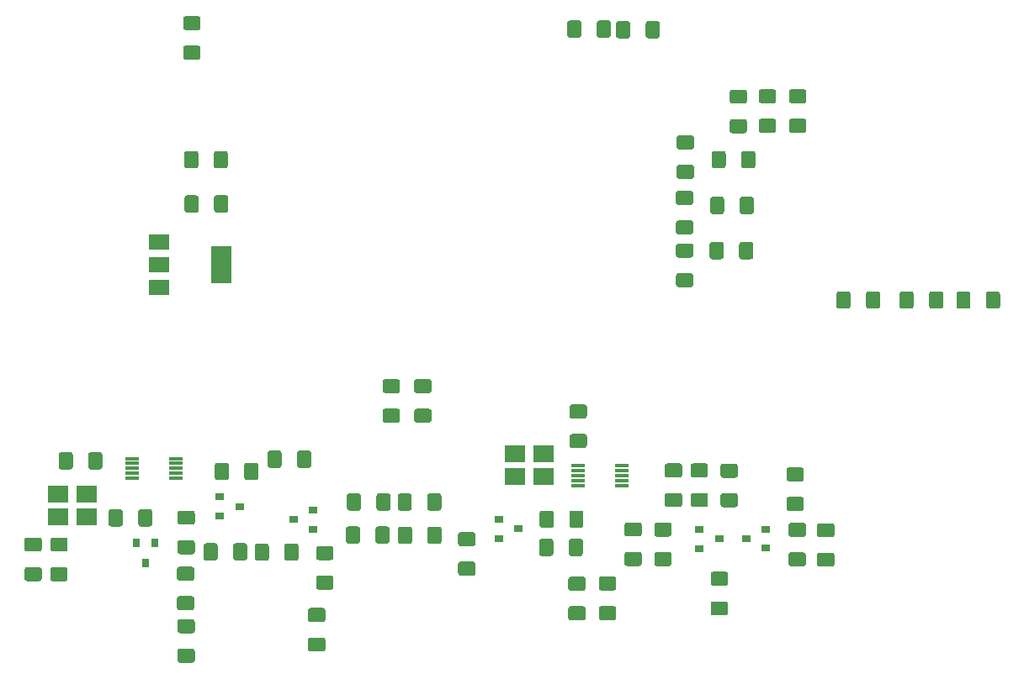
<source format=gbr>
G04 #@! TF.GenerationSoftware,KiCad,Pcbnew,(5.1.8)-1*
G04 #@! TF.CreationDate,2021-01-05T15:25:35+01:00*
G04 #@! TF.ProjectId,vfo-pcb,76666f2d-7063-4622-9e6b-696361645f70,rev?*
G04 #@! TF.SameCoordinates,Original*
G04 #@! TF.FileFunction,Paste,Top*
G04 #@! TF.FilePolarity,Positive*
%FSLAX46Y46*%
G04 Gerber Fmt 4.6, Leading zero omitted, Abs format (unit mm)*
G04 Created by KiCad (PCBNEW (5.1.8)-1) date 2021-01-05 15:25:35*
%MOMM*%
%LPD*%
G01*
G04 APERTURE LIST*
%ADD10R,0.900000X0.800000*%
%ADD11R,0.800000X0.900000*%
%ADD12R,1.400000X0.300000*%
%ADD13R,2.100000X1.800000*%
%ADD14R,2.000000X3.800000*%
%ADD15R,2.000000X1.500000*%
G04 APERTURE END LIST*
G36*
G01*
X102947500Y-66050000D02*
X102947500Y-67300000D01*
G75*
G02*
X102697500Y-67550000I-250000J0D01*
G01*
X101772500Y-67550000D01*
G75*
G02*
X101522500Y-67300000I0J250000D01*
G01*
X101522500Y-66050000D01*
G75*
G02*
X101772500Y-65800000I250000J0D01*
G01*
X102697500Y-65800000D01*
G75*
G02*
X102947500Y-66050000I0J-250000D01*
G01*
G37*
G36*
G01*
X105922500Y-66050000D02*
X105922500Y-67300000D01*
G75*
G02*
X105672500Y-67550000I-250000J0D01*
G01*
X104747500Y-67550000D01*
G75*
G02*
X104497500Y-67300000I0J250000D01*
G01*
X104497500Y-66050000D01*
G75*
G02*
X104747500Y-65800000I250000J0D01*
G01*
X105672500Y-65800000D01*
G75*
G02*
X105922500Y-66050000I0J-250000D01*
G01*
G37*
G36*
G01*
X143650000Y-94605000D02*
X143650000Y-93355000D01*
G75*
G02*
X143900000Y-93105000I250000J0D01*
G01*
X144825000Y-93105000D01*
G75*
G02*
X145075000Y-93355000I0J-250000D01*
G01*
X145075000Y-94605000D01*
G75*
G02*
X144825000Y-94855000I-250000J0D01*
G01*
X143900000Y-94855000D01*
G75*
G02*
X143650000Y-94605000I0J250000D01*
G01*
G37*
G36*
G01*
X140675000Y-94605000D02*
X140675000Y-93355000D01*
G75*
G02*
X140925000Y-93105000I250000J0D01*
G01*
X141850000Y-93105000D01*
G75*
G02*
X142100000Y-93355000I0J-250000D01*
G01*
X142100000Y-94605000D01*
G75*
G02*
X141850000Y-94855000I-250000J0D01*
G01*
X140925000Y-94855000D01*
G75*
G02*
X140675000Y-94605000I0J250000D01*
G01*
G37*
G36*
G01*
X137935000Y-94605000D02*
X137935000Y-93355000D01*
G75*
G02*
X138185000Y-93105000I250000J0D01*
G01*
X139110000Y-93105000D01*
G75*
G02*
X139360000Y-93355000I0J-250000D01*
G01*
X139360000Y-94605000D01*
G75*
G02*
X139110000Y-94855000I-250000J0D01*
G01*
X138185000Y-94855000D01*
G75*
G02*
X137935000Y-94605000I0J250000D01*
G01*
G37*
G36*
G01*
X134960000Y-94605000D02*
X134960000Y-93355000D01*
G75*
G02*
X135210000Y-93105000I250000J0D01*
G01*
X136135000Y-93105000D01*
G75*
G02*
X136385000Y-93355000I0J-250000D01*
G01*
X136385000Y-94605000D01*
G75*
G02*
X136135000Y-94855000I-250000J0D01*
G01*
X135210000Y-94855000D01*
G75*
G02*
X134960000Y-94605000I0J250000D01*
G01*
G37*
G36*
G01*
X63129000Y-68339000D02*
X64379000Y-68339000D01*
G75*
G02*
X64629000Y-68589000I0J-250000D01*
G01*
X64629000Y-69514000D01*
G75*
G02*
X64379000Y-69764000I-250000J0D01*
G01*
X63129000Y-69764000D01*
G75*
G02*
X62879000Y-69514000I0J250000D01*
G01*
X62879000Y-68589000D01*
G75*
G02*
X63129000Y-68339000I250000J0D01*
G01*
G37*
G36*
G01*
X63129000Y-65364000D02*
X64379000Y-65364000D01*
G75*
G02*
X64629000Y-65614000I0J-250000D01*
G01*
X64629000Y-66539000D01*
G75*
G02*
X64379000Y-66789000I-250000J0D01*
G01*
X63129000Y-66789000D01*
G75*
G02*
X62879000Y-66539000I0J250000D01*
G01*
X62879000Y-65614000D01*
G75*
G02*
X63129000Y-65364000I250000J0D01*
G01*
G37*
G36*
G01*
X75675000Y-127975000D02*
X76925000Y-127975000D01*
G75*
G02*
X77175000Y-128225000I0J-250000D01*
G01*
X77175000Y-129150000D01*
G75*
G02*
X76925000Y-129400000I-250000J0D01*
G01*
X75675000Y-129400000D01*
G75*
G02*
X75425000Y-129150000I0J250000D01*
G01*
X75425000Y-128225000D01*
G75*
G02*
X75675000Y-127975000I250000J0D01*
G01*
G37*
G36*
G01*
X75675000Y-125000000D02*
X76925000Y-125000000D01*
G75*
G02*
X77175000Y-125250000I0J-250000D01*
G01*
X77175000Y-126175000D01*
G75*
G02*
X76925000Y-126425000I-250000J0D01*
G01*
X75675000Y-126425000D01*
G75*
G02*
X75425000Y-126175000I0J250000D01*
G01*
X75425000Y-125250000D01*
G75*
G02*
X75675000Y-125000000I250000J0D01*
G01*
G37*
G36*
G01*
X62550000Y-129100000D02*
X63800000Y-129100000D01*
G75*
G02*
X64050000Y-129350000I0J-250000D01*
G01*
X64050000Y-130275000D01*
G75*
G02*
X63800000Y-130525000I-250000J0D01*
G01*
X62550000Y-130525000D01*
G75*
G02*
X62300000Y-130275000I0J250000D01*
G01*
X62300000Y-129350000D01*
G75*
G02*
X62550000Y-129100000I250000J0D01*
G01*
G37*
G36*
G01*
X62550000Y-126125000D02*
X63800000Y-126125000D01*
G75*
G02*
X64050000Y-126375000I0J-250000D01*
G01*
X64050000Y-127300000D01*
G75*
G02*
X63800000Y-127550000I-250000J0D01*
G01*
X62550000Y-127550000D01*
G75*
G02*
X62300000Y-127300000I0J250000D01*
G01*
X62300000Y-126375000D01*
G75*
G02*
X62550000Y-126125000I250000J0D01*
G01*
G37*
G36*
G01*
X80775000Y-113700000D02*
X80775000Y-114950000D01*
G75*
G02*
X80525000Y-115200000I-250000J0D01*
G01*
X79600000Y-115200000D01*
G75*
G02*
X79350000Y-114950000I0J250000D01*
G01*
X79350000Y-113700000D01*
G75*
G02*
X79600000Y-113450000I250000J0D01*
G01*
X80525000Y-113450000D01*
G75*
G02*
X80775000Y-113700000I0J-250000D01*
G01*
G37*
G36*
G01*
X83750000Y-113700000D02*
X83750000Y-114950000D01*
G75*
G02*
X83500000Y-115200000I-250000J0D01*
G01*
X82575000Y-115200000D01*
G75*
G02*
X82325000Y-114950000I0J250000D01*
G01*
X82325000Y-113700000D01*
G75*
G02*
X82575000Y-113450000I250000J0D01*
G01*
X83500000Y-113450000D01*
G75*
G02*
X83750000Y-113700000I0J-250000D01*
G01*
G37*
G36*
G01*
X66350000Y-118725000D02*
X66350000Y-119975000D01*
G75*
G02*
X66100000Y-120225000I-250000J0D01*
G01*
X65175000Y-120225000D01*
G75*
G02*
X64925000Y-119975000I0J250000D01*
G01*
X64925000Y-118725000D01*
G75*
G02*
X65175000Y-118475000I250000J0D01*
G01*
X66100000Y-118475000D01*
G75*
G02*
X66350000Y-118725000I0J-250000D01*
G01*
G37*
G36*
G01*
X69325000Y-118725000D02*
X69325000Y-119975000D01*
G75*
G02*
X69075000Y-120225000I-250000J0D01*
G01*
X68150000Y-120225000D01*
G75*
G02*
X67900000Y-119975000I0J250000D01*
G01*
X67900000Y-118725000D01*
G75*
G02*
X68150000Y-118475000I250000J0D01*
G01*
X69075000Y-118475000D01*
G75*
G02*
X69325000Y-118725000I0J-250000D01*
G01*
G37*
G36*
G01*
X47150000Y-120875000D02*
X48400000Y-120875000D01*
G75*
G02*
X48650000Y-121125000I0J-250000D01*
G01*
X48650000Y-122050000D01*
G75*
G02*
X48400000Y-122300000I-250000J0D01*
G01*
X47150000Y-122300000D01*
G75*
G02*
X46900000Y-122050000I0J250000D01*
G01*
X46900000Y-121125000D01*
G75*
G02*
X47150000Y-120875000I250000J0D01*
G01*
G37*
G36*
G01*
X47150000Y-117900000D02*
X48400000Y-117900000D01*
G75*
G02*
X48650000Y-118150000I0J-250000D01*
G01*
X48650000Y-119075000D01*
G75*
G02*
X48400000Y-119325000I-250000J0D01*
G01*
X47150000Y-119325000D01*
G75*
G02*
X46900000Y-119075000I0J250000D01*
G01*
X46900000Y-118150000D01*
G75*
G02*
X47150000Y-117900000I250000J0D01*
G01*
G37*
G36*
G01*
X80675000Y-117025000D02*
X80675000Y-118275000D01*
G75*
G02*
X80425000Y-118525000I-250000J0D01*
G01*
X79500000Y-118525000D01*
G75*
G02*
X79250000Y-118275000I0J250000D01*
G01*
X79250000Y-117025000D01*
G75*
G02*
X79500000Y-116775000I250000J0D01*
G01*
X80425000Y-116775000D01*
G75*
G02*
X80675000Y-117025000I0J-250000D01*
G01*
G37*
G36*
G01*
X83650000Y-117025000D02*
X83650000Y-118275000D01*
G75*
G02*
X83400000Y-118525000I-250000J0D01*
G01*
X82475000Y-118525000D01*
G75*
G02*
X82225000Y-118275000I0J250000D01*
G01*
X82225000Y-117025000D01*
G75*
G02*
X82475000Y-116775000I250000J0D01*
G01*
X83400000Y-116775000D01*
G75*
G02*
X83650000Y-117025000I0J-250000D01*
G01*
G37*
G36*
G01*
X106200000Y-123250000D02*
X104950000Y-123250000D01*
G75*
G02*
X104700000Y-123000000I0J250000D01*
G01*
X104700000Y-122075000D01*
G75*
G02*
X104950000Y-121825000I250000J0D01*
G01*
X106200000Y-121825000D01*
G75*
G02*
X106450000Y-122075000I0J-250000D01*
G01*
X106450000Y-123000000D01*
G75*
G02*
X106200000Y-123250000I-250000J0D01*
G01*
G37*
G36*
G01*
X106200000Y-126225000D02*
X104950000Y-126225000D01*
G75*
G02*
X104700000Y-125975000I0J250000D01*
G01*
X104700000Y-125050000D01*
G75*
G02*
X104950000Y-124800000I250000J0D01*
G01*
X106200000Y-124800000D01*
G75*
G02*
X106450000Y-125050000I0J-250000D01*
G01*
X106450000Y-125975000D01*
G75*
G02*
X106200000Y-126225000I-250000J0D01*
G01*
G37*
G36*
G01*
X103125000Y-123275000D02*
X101875000Y-123275000D01*
G75*
G02*
X101625000Y-123025000I0J250000D01*
G01*
X101625000Y-122100000D01*
G75*
G02*
X101875000Y-121850000I250000J0D01*
G01*
X103125000Y-121850000D01*
G75*
G02*
X103375000Y-122100000I0J-250000D01*
G01*
X103375000Y-123025000D01*
G75*
G02*
X103125000Y-123275000I-250000J0D01*
G01*
G37*
G36*
G01*
X103125000Y-126250000D02*
X101875000Y-126250000D01*
G75*
G02*
X101625000Y-126000000I0J250000D01*
G01*
X101625000Y-125075000D01*
G75*
G02*
X101875000Y-124825000I250000J0D01*
G01*
X103125000Y-124825000D01*
G75*
G02*
X103375000Y-125075000I0J-250000D01*
G01*
X103375000Y-126000000D01*
G75*
G02*
X103125000Y-126250000I-250000J0D01*
G01*
G37*
G36*
G01*
X107525000Y-119350000D02*
X108775000Y-119350000D01*
G75*
G02*
X109025000Y-119600000I0J-250000D01*
G01*
X109025000Y-120525000D01*
G75*
G02*
X108775000Y-120775000I-250000J0D01*
G01*
X107525000Y-120775000D01*
G75*
G02*
X107275000Y-120525000I0J250000D01*
G01*
X107275000Y-119600000D01*
G75*
G02*
X107525000Y-119350000I250000J0D01*
G01*
G37*
G36*
G01*
X107525000Y-116375000D02*
X108775000Y-116375000D01*
G75*
G02*
X109025000Y-116625000I0J-250000D01*
G01*
X109025000Y-117550000D01*
G75*
G02*
X108775000Y-117800000I-250000J0D01*
G01*
X107525000Y-117800000D01*
G75*
G02*
X107275000Y-117550000I0J250000D01*
G01*
X107275000Y-116625000D01*
G75*
G02*
X107525000Y-116375000I250000J0D01*
G01*
G37*
G36*
G01*
X101675000Y-119525000D02*
X101675000Y-118275000D01*
G75*
G02*
X101925000Y-118025000I250000J0D01*
G01*
X102850000Y-118025000D01*
G75*
G02*
X103100000Y-118275000I0J-250000D01*
G01*
X103100000Y-119525000D01*
G75*
G02*
X102850000Y-119775000I-250000J0D01*
G01*
X101925000Y-119775000D01*
G75*
G02*
X101675000Y-119525000I0J250000D01*
G01*
G37*
G36*
G01*
X98700000Y-119525000D02*
X98700000Y-118275000D01*
G75*
G02*
X98950000Y-118025000I250000J0D01*
G01*
X99875000Y-118025000D01*
G75*
G02*
X100125000Y-118275000I0J-250000D01*
G01*
X100125000Y-119525000D01*
G75*
G02*
X99875000Y-119775000I-250000J0D01*
G01*
X98950000Y-119775000D01*
G75*
G02*
X98700000Y-119525000I0J250000D01*
G01*
G37*
G36*
G01*
X128150000Y-117875000D02*
X126900000Y-117875000D01*
G75*
G02*
X126650000Y-117625000I0J250000D01*
G01*
X126650000Y-116700000D01*
G75*
G02*
X126900000Y-116450000I250000J0D01*
G01*
X128150000Y-116450000D01*
G75*
G02*
X128400000Y-116700000I0J-250000D01*
G01*
X128400000Y-117625000D01*
G75*
G02*
X128150000Y-117875000I-250000J0D01*
G01*
G37*
G36*
G01*
X128150000Y-120850000D02*
X126900000Y-120850000D01*
G75*
G02*
X126650000Y-120600000I0J250000D01*
G01*
X126650000Y-119675000D01*
G75*
G02*
X126900000Y-119425000I250000J0D01*
G01*
X128150000Y-119425000D01*
G75*
G02*
X128400000Y-119675000I0J-250000D01*
G01*
X128400000Y-120600000D01*
G75*
G02*
X128150000Y-120850000I-250000J0D01*
G01*
G37*
G36*
G01*
X125085000Y-112255000D02*
X123835000Y-112255000D01*
G75*
G02*
X123585000Y-112005000I0J250000D01*
G01*
X123585000Y-111080000D01*
G75*
G02*
X123835000Y-110830000I250000J0D01*
G01*
X125085000Y-110830000D01*
G75*
G02*
X125335000Y-111080000I0J-250000D01*
G01*
X125335000Y-112005000D01*
G75*
G02*
X125085000Y-112255000I-250000J0D01*
G01*
G37*
G36*
G01*
X125085000Y-115230000D02*
X123835000Y-115230000D01*
G75*
G02*
X123585000Y-114980000I0J250000D01*
G01*
X123585000Y-114055000D01*
G75*
G02*
X123835000Y-113805000I250000J0D01*
G01*
X125085000Y-113805000D01*
G75*
G02*
X125335000Y-114055000I0J-250000D01*
G01*
X125335000Y-114980000D01*
G75*
G02*
X125085000Y-115230000I-250000J0D01*
G01*
G37*
G36*
G01*
X73050000Y-120000000D02*
X73050000Y-118750000D01*
G75*
G02*
X73300000Y-118500000I250000J0D01*
G01*
X74225000Y-118500000D01*
G75*
G02*
X74475000Y-118750000I0J-250000D01*
G01*
X74475000Y-120000000D01*
G75*
G02*
X74225000Y-120250000I-250000J0D01*
G01*
X73300000Y-120250000D01*
G75*
G02*
X73050000Y-120000000I0J250000D01*
G01*
G37*
G36*
G01*
X70075000Y-120000000D02*
X70075000Y-118750000D01*
G75*
G02*
X70325000Y-118500000I250000J0D01*
G01*
X71250000Y-118500000D01*
G75*
G02*
X71500000Y-118750000I0J-250000D01*
G01*
X71500000Y-120000000D01*
G75*
G02*
X71250000Y-120250000I-250000J0D01*
G01*
X70325000Y-120250000D01*
G75*
G02*
X70075000Y-120000000I0J250000D01*
G01*
G37*
D10*
X116803680Y-118056660D03*
X114803680Y-119006660D03*
X114803680Y-117106660D03*
X96623380Y-117033040D03*
X94623380Y-117983040D03*
X94623380Y-116083040D03*
X119512840Y-118000780D03*
X121512840Y-117050780D03*
X121512840Y-118950780D03*
X68536060Y-114762280D03*
X66536060Y-115712280D03*
X66536060Y-113812280D03*
D11*
X59070240Y-120461280D03*
X58120240Y-118461280D03*
X60020240Y-118461280D03*
D10*
X73963020Y-116098320D03*
X75963020Y-115148320D03*
X75963020Y-117048320D03*
G36*
G01*
X87432180Y-114950400D02*
X87432180Y-113700400D01*
G75*
G02*
X87682180Y-113450400I250000J0D01*
G01*
X88607180Y-113450400D01*
G75*
G02*
X88857180Y-113700400I0J-250000D01*
G01*
X88857180Y-114950400D01*
G75*
G02*
X88607180Y-115200400I-250000J0D01*
G01*
X87682180Y-115200400D01*
G75*
G02*
X87432180Y-114950400I0J250000D01*
G01*
G37*
G36*
G01*
X84457180Y-114950400D02*
X84457180Y-113700400D01*
G75*
G02*
X84707180Y-113450400I250000J0D01*
G01*
X85632180Y-113450400D01*
G75*
G02*
X85882180Y-113700400I0J-250000D01*
G01*
X85882180Y-114950400D01*
G75*
G02*
X85632180Y-115200400I-250000J0D01*
G01*
X84707180Y-115200400D01*
G75*
G02*
X84457180Y-114950400I0J250000D01*
G01*
G37*
G36*
G01*
X77750000Y-120175000D02*
X76500000Y-120175000D01*
G75*
G02*
X76250000Y-119925000I0J250000D01*
G01*
X76250000Y-119000000D01*
G75*
G02*
X76500000Y-118750000I250000J0D01*
G01*
X77750000Y-118750000D01*
G75*
G02*
X78000000Y-119000000I0J-250000D01*
G01*
X78000000Y-119925000D01*
G75*
G02*
X77750000Y-120175000I-250000J0D01*
G01*
G37*
G36*
G01*
X77750000Y-123150000D02*
X76500000Y-123150000D01*
G75*
G02*
X76250000Y-122900000I0J250000D01*
G01*
X76250000Y-121975000D01*
G75*
G02*
X76500000Y-121725000I250000J0D01*
G01*
X77750000Y-121725000D01*
G75*
G02*
X78000000Y-121975000I0J-250000D01*
G01*
X78000000Y-122900000D01*
G75*
G02*
X77750000Y-123150000I-250000J0D01*
G01*
G37*
G36*
G01*
X56796640Y-115290440D02*
X56796640Y-116540440D01*
G75*
G02*
X56546640Y-116790440I-250000J0D01*
G01*
X55621640Y-116790440D01*
G75*
G02*
X55371640Y-116540440I0J250000D01*
G01*
X55371640Y-115290440D01*
G75*
G02*
X55621640Y-115040440I250000J0D01*
G01*
X56546640Y-115040440D01*
G75*
G02*
X56796640Y-115290440I0J-250000D01*
G01*
G37*
G36*
G01*
X59771640Y-115290440D02*
X59771640Y-116540440D01*
G75*
G02*
X59521640Y-116790440I-250000J0D01*
G01*
X58596640Y-116790440D01*
G75*
G02*
X58346640Y-116540440I0J250000D01*
G01*
X58346640Y-115290440D01*
G75*
G02*
X58596640Y-115040440I250000J0D01*
G01*
X59521640Y-115040440D01*
G75*
G02*
X59771640Y-115290440I0J-250000D01*
G01*
G37*
G36*
G01*
X110525400Y-119359980D02*
X111775400Y-119359980D01*
G75*
G02*
X112025400Y-119609980I0J-250000D01*
G01*
X112025400Y-120534980D01*
G75*
G02*
X111775400Y-120784980I-250000J0D01*
G01*
X110525400Y-120784980D01*
G75*
G02*
X110275400Y-120534980I0J250000D01*
G01*
X110275400Y-119609980D01*
G75*
G02*
X110525400Y-119359980I250000J0D01*
G01*
G37*
G36*
G01*
X110525400Y-116384980D02*
X111775400Y-116384980D01*
G75*
G02*
X112025400Y-116634980I0J-250000D01*
G01*
X112025400Y-117559980D01*
G75*
G02*
X111775400Y-117809980I-250000J0D01*
G01*
X110525400Y-117809980D01*
G75*
G02*
X110275400Y-117559980I0J250000D01*
G01*
X110275400Y-116634980D01*
G75*
G02*
X110525400Y-116384980I250000J0D01*
G01*
G37*
G36*
G01*
X90794680Y-120330260D02*
X92044680Y-120330260D01*
G75*
G02*
X92294680Y-120580260I0J-250000D01*
G01*
X92294680Y-121505260D01*
G75*
G02*
X92044680Y-121755260I-250000J0D01*
G01*
X90794680Y-121755260D01*
G75*
G02*
X90544680Y-121505260I0J250000D01*
G01*
X90544680Y-120580260D01*
G75*
G02*
X90794680Y-120330260I250000J0D01*
G01*
G37*
G36*
G01*
X90794680Y-117355260D02*
X92044680Y-117355260D01*
G75*
G02*
X92294680Y-117605260I0J-250000D01*
G01*
X92294680Y-118530260D01*
G75*
G02*
X92044680Y-118780260I-250000J0D01*
G01*
X90794680Y-118780260D01*
G75*
G02*
X90544680Y-118530260I0J250000D01*
G01*
X90544680Y-117605260D01*
G75*
G02*
X90794680Y-117355260I250000J0D01*
G01*
G37*
G36*
G01*
X124035660Y-119390460D02*
X125285660Y-119390460D01*
G75*
G02*
X125535660Y-119640460I0J-250000D01*
G01*
X125535660Y-120565460D01*
G75*
G02*
X125285660Y-120815460I-250000J0D01*
G01*
X124035660Y-120815460D01*
G75*
G02*
X123785660Y-120565460I0J250000D01*
G01*
X123785660Y-119640460D01*
G75*
G02*
X124035660Y-119390460I250000J0D01*
G01*
G37*
G36*
G01*
X124035660Y-116415460D02*
X125285660Y-116415460D01*
G75*
G02*
X125535660Y-116665460I0J-250000D01*
G01*
X125535660Y-117590460D01*
G75*
G02*
X125285660Y-117840460I-250000J0D01*
G01*
X124035660Y-117840460D01*
G75*
G02*
X123785660Y-117590460I0J250000D01*
G01*
X123785660Y-116665460D01*
G75*
G02*
X124035660Y-116415460I250000J0D01*
G01*
G37*
G36*
G01*
X101724760Y-116685220D02*
X101724760Y-115435220D01*
G75*
G02*
X101974760Y-115185220I250000J0D01*
G01*
X102899760Y-115185220D01*
G75*
G02*
X103149760Y-115435220I0J-250000D01*
G01*
X103149760Y-116685220D01*
G75*
G02*
X102899760Y-116935220I-250000J0D01*
G01*
X101974760Y-116935220D01*
G75*
G02*
X101724760Y-116685220I0J250000D01*
G01*
G37*
G36*
G01*
X98749760Y-116685220D02*
X98749760Y-115435220D01*
G75*
G02*
X98999760Y-115185220I250000J0D01*
G01*
X99924760Y-115185220D01*
G75*
G02*
X100174760Y-115435220I0J-250000D01*
G01*
X100174760Y-116685220D01*
G75*
G02*
X99924760Y-116935220I-250000J0D01*
G01*
X98999760Y-116935220D01*
G75*
G02*
X98749760Y-116685220I0J250000D01*
G01*
G37*
G36*
G01*
X115430460Y-111858760D02*
X114180460Y-111858760D01*
G75*
G02*
X113930460Y-111608760I0J250000D01*
G01*
X113930460Y-110683760D01*
G75*
G02*
X114180460Y-110433760I250000J0D01*
G01*
X115430460Y-110433760D01*
G75*
G02*
X115680460Y-110683760I0J-250000D01*
G01*
X115680460Y-111608760D01*
G75*
G02*
X115430460Y-111858760I-250000J0D01*
G01*
G37*
G36*
G01*
X115430460Y-114833760D02*
X114180460Y-114833760D01*
G75*
G02*
X113930460Y-114583760I0J250000D01*
G01*
X113930460Y-113658760D01*
G75*
G02*
X114180460Y-113408760I250000J0D01*
G01*
X115430460Y-113408760D01*
G75*
G02*
X115680460Y-113658760I0J-250000D01*
G01*
X115680460Y-114583760D01*
G75*
G02*
X115430460Y-114833760I-250000J0D01*
G01*
G37*
G36*
G01*
X118445440Y-111879080D02*
X117195440Y-111879080D01*
G75*
G02*
X116945440Y-111629080I0J250000D01*
G01*
X116945440Y-110704080D01*
G75*
G02*
X117195440Y-110454080I250000J0D01*
G01*
X118445440Y-110454080D01*
G75*
G02*
X118695440Y-110704080I0J-250000D01*
G01*
X118695440Y-111629080D01*
G75*
G02*
X118445440Y-111879080I-250000J0D01*
G01*
G37*
G36*
G01*
X118445440Y-114854080D02*
X117195440Y-114854080D01*
G75*
G02*
X116945440Y-114604080I0J250000D01*
G01*
X116945440Y-113679080D01*
G75*
G02*
X117195440Y-113429080I250000J0D01*
G01*
X118445440Y-113429080D01*
G75*
G02*
X118695440Y-113679080I0J-250000D01*
G01*
X118695440Y-114604080D01*
G75*
G02*
X118445440Y-114854080I-250000J0D01*
G01*
G37*
D12*
X62164320Y-109931960D03*
X62164320Y-110431960D03*
X62164320Y-110931960D03*
X62164320Y-111431960D03*
X62164320Y-111931960D03*
X57764320Y-111931960D03*
X57764320Y-111431960D03*
X57764320Y-110931960D03*
X57764320Y-110431960D03*
X57764320Y-109931960D03*
G36*
G01*
X131585000Y-94605000D02*
X131585000Y-93355000D01*
G75*
G02*
X131835000Y-93105000I250000J0D01*
G01*
X132760000Y-93105000D01*
G75*
G02*
X133010000Y-93355000I0J-250000D01*
G01*
X133010000Y-94605000D01*
G75*
G02*
X132760000Y-94855000I-250000J0D01*
G01*
X131835000Y-94855000D01*
G75*
G02*
X131585000Y-94605000I0J250000D01*
G01*
G37*
G36*
G01*
X128610000Y-94605000D02*
X128610000Y-93355000D01*
G75*
G02*
X128860000Y-93105000I250000J0D01*
G01*
X129785000Y-93105000D01*
G75*
G02*
X130035000Y-93355000I0J-250000D01*
G01*
X130035000Y-94605000D01*
G75*
G02*
X129785000Y-94855000I-250000J0D01*
G01*
X128860000Y-94855000D01*
G75*
G02*
X128610000Y-94605000I0J250000D01*
G01*
G37*
G36*
G01*
X121041000Y-72730000D02*
X122291000Y-72730000D01*
G75*
G02*
X122541000Y-72980000I0J-250000D01*
G01*
X122541000Y-73905000D01*
G75*
G02*
X122291000Y-74155000I-250000J0D01*
G01*
X121041000Y-74155000D01*
G75*
G02*
X120791000Y-73905000I0J250000D01*
G01*
X120791000Y-72980000D01*
G75*
G02*
X121041000Y-72730000I250000J0D01*
G01*
G37*
G36*
G01*
X121041000Y-75705000D02*
X122291000Y-75705000D01*
G75*
G02*
X122541000Y-75955000I0J-250000D01*
G01*
X122541000Y-76880000D01*
G75*
G02*
X122291000Y-77130000I-250000J0D01*
G01*
X121041000Y-77130000D01*
G75*
G02*
X120791000Y-76880000I0J250000D01*
G01*
X120791000Y-75955000D01*
G75*
G02*
X121041000Y-75705000I250000J0D01*
G01*
G37*
G36*
G01*
X124089000Y-72730000D02*
X125339000Y-72730000D01*
G75*
G02*
X125589000Y-72980000I0J-250000D01*
G01*
X125589000Y-73905000D01*
G75*
G02*
X125339000Y-74155000I-250000J0D01*
G01*
X124089000Y-74155000D01*
G75*
G02*
X123839000Y-73905000I0J250000D01*
G01*
X123839000Y-72980000D01*
G75*
G02*
X124089000Y-72730000I250000J0D01*
G01*
G37*
G36*
G01*
X124089000Y-75705000D02*
X125339000Y-75705000D01*
G75*
G02*
X125589000Y-75955000I0J-250000D01*
G01*
X125589000Y-76880000D01*
G75*
G02*
X125339000Y-77130000I-250000J0D01*
G01*
X124089000Y-77130000D01*
G75*
G02*
X123839000Y-76880000I0J250000D01*
G01*
X123839000Y-75955000D01*
G75*
G02*
X124089000Y-75705000I250000J0D01*
G01*
G37*
G36*
G01*
X118109000Y-75745000D02*
X119359000Y-75745000D01*
G75*
G02*
X119609000Y-75995000I0J-250000D01*
G01*
X119609000Y-76920000D01*
G75*
G02*
X119359000Y-77170000I-250000J0D01*
G01*
X118109000Y-77170000D01*
G75*
G02*
X117859000Y-76920000I0J250000D01*
G01*
X117859000Y-75995000D01*
G75*
G02*
X118109000Y-75745000I250000J0D01*
G01*
G37*
G36*
G01*
X118109000Y-72770000D02*
X119359000Y-72770000D01*
G75*
G02*
X119609000Y-73020000I0J-250000D01*
G01*
X119609000Y-73945000D01*
G75*
G02*
X119359000Y-74195000I-250000J0D01*
G01*
X118109000Y-74195000D01*
G75*
G02*
X117859000Y-73945000I0J250000D01*
G01*
X117859000Y-73020000D01*
G75*
G02*
X118109000Y-72770000I250000J0D01*
G01*
G37*
G36*
G01*
X110835800Y-66116040D02*
X110835800Y-67366040D01*
G75*
G02*
X110585800Y-67616040I-250000J0D01*
G01*
X109660800Y-67616040D01*
G75*
G02*
X109410800Y-67366040I0J250000D01*
G01*
X109410800Y-66116040D01*
G75*
G02*
X109660800Y-65866040I250000J0D01*
G01*
X110585800Y-65866040D01*
G75*
G02*
X110835800Y-66116040I0J-250000D01*
G01*
G37*
G36*
G01*
X107860800Y-66116040D02*
X107860800Y-67366040D01*
G75*
G02*
X107610800Y-67616040I-250000J0D01*
G01*
X106685800Y-67616040D01*
G75*
G02*
X106435800Y-67366040I0J250000D01*
G01*
X106435800Y-66116040D01*
G75*
G02*
X106685800Y-65866040I250000J0D01*
G01*
X107610800Y-65866040D01*
G75*
G02*
X107860800Y-66116040I0J-250000D01*
G01*
G37*
G36*
G01*
X115894760Y-85069840D02*
X115894760Y-83819840D01*
G75*
G02*
X116144760Y-83569840I250000J0D01*
G01*
X117069760Y-83569840D01*
G75*
G02*
X117319760Y-83819840I0J-250000D01*
G01*
X117319760Y-85069840D01*
G75*
G02*
X117069760Y-85319840I-250000J0D01*
G01*
X116144760Y-85319840D01*
G75*
G02*
X115894760Y-85069840I0J250000D01*
G01*
G37*
G36*
G01*
X118869760Y-85069840D02*
X118869760Y-83819840D01*
G75*
G02*
X119119760Y-83569840I250000J0D01*
G01*
X120044760Y-83569840D01*
G75*
G02*
X120294760Y-83819840I0J-250000D01*
G01*
X120294760Y-85069840D01*
G75*
G02*
X120044760Y-85319840I-250000J0D01*
G01*
X119119760Y-85319840D01*
G75*
G02*
X118869760Y-85069840I0J250000D01*
G01*
G37*
G36*
G01*
X118824040Y-89616440D02*
X118824040Y-88366440D01*
G75*
G02*
X119074040Y-88116440I250000J0D01*
G01*
X119999040Y-88116440D01*
G75*
G02*
X120249040Y-88366440I0J-250000D01*
G01*
X120249040Y-89616440D01*
G75*
G02*
X119999040Y-89866440I-250000J0D01*
G01*
X119074040Y-89866440D01*
G75*
G02*
X118824040Y-89616440I0J250000D01*
G01*
G37*
G36*
G01*
X115849040Y-89616440D02*
X115849040Y-88366440D01*
G75*
G02*
X116099040Y-88116440I250000J0D01*
G01*
X117024040Y-88116440D01*
G75*
G02*
X117274040Y-88366440I0J-250000D01*
G01*
X117274040Y-89616440D01*
G75*
G02*
X117024040Y-89866440I-250000J0D01*
G01*
X116099040Y-89866440D01*
G75*
G02*
X115849040Y-89616440I0J250000D01*
G01*
G37*
G36*
G01*
X116047160Y-80452120D02*
X116047160Y-79202120D01*
G75*
G02*
X116297160Y-78952120I250000J0D01*
G01*
X117222160Y-78952120D01*
G75*
G02*
X117472160Y-79202120I0J-250000D01*
G01*
X117472160Y-80452120D01*
G75*
G02*
X117222160Y-80702120I-250000J0D01*
G01*
X116297160Y-80702120D01*
G75*
G02*
X116047160Y-80452120I0J250000D01*
G01*
G37*
G36*
G01*
X119022160Y-80452120D02*
X119022160Y-79202120D01*
G75*
G02*
X119272160Y-78952120I250000J0D01*
G01*
X120197160Y-78952120D01*
G75*
G02*
X120447160Y-79202120I0J-250000D01*
G01*
X120447160Y-80452120D01*
G75*
G02*
X120197160Y-80702120I-250000J0D01*
G01*
X119272160Y-80702120D01*
G75*
G02*
X119022160Y-80452120I0J250000D01*
G01*
G37*
G36*
G01*
X113954720Y-87371280D02*
X112704720Y-87371280D01*
G75*
G02*
X112454720Y-87121280I0J250000D01*
G01*
X112454720Y-86196280D01*
G75*
G02*
X112704720Y-85946280I250000J0D01*
G01*
X113954720Y-85946280D01*
G75*
G02*
X114204720Y-86196280I0J-250000D01*
G01*
X114204720Y-87121280D01*
G75*
G02*
X113954720Y-87371280I-250000J0D01*
G01*
G37*
G36*
G01*
X113954720Y-84396280D02*
X112704720Y-84396280D01*
G75*
G02*
X112454720Y-84146280I0J250000D01*
G01*
X112454720Y-83221280D01*
G75*
G02*
X112704720Y-82971280I250000J0D01*
G01*
X113954720Y-82971280D01*
G75*
G02*
X114204720Y-83221280I0J-250000D01*
G01*
X114204720Y-84146280D01*
G75*
G02*
X113954720Y-84396280I-250000J0D01*
G01*
G37*
G36*
G01*
X113964880Y-89704880D02*
X112714880Y-89704880D01*
G75*
G02*
X112464880Y-89454880I0J250000D01*
G01*
X112464880Y-88529880D01*
G75*
G02*
X112714880Y-88279880I250000J0D01*
G01*
X113964880Y-88279880D01*
G75*
G02*
X114214880Y-88529880I0J-250000D01*
G01*
X114214880Y-89454880D01*
G75*
G02*
X113964880Y-89704880I-250000J0D01*
G01*
G37*
G36*
G01*
X113964880Y-92679880D02*
X112714880Y-92679880D01*
G75*
G02*
X112464880Y-92429880I0J250000D01*
G01*
X112464880Y-91504880D01*
G75*
G02*
X112714880Y-91254880I250000J0D01*
G01*
X113964880Y-91254880D01*
G75*
G02*
X114214880Y-91504880I0J-250000D01*
G01*
X114214880Y-92429880D01*
G75*
G02*
X113964880Y-92679880I-250000J0D01*
G01*
G37*
G36*
G01*
X114030920Y-81773120D02*
X112780920Y-81773120D01*
G75*
G02*
X112530920Y-81523120I0J250000D01*
G01*
X112530920Y-80598120D01*
G75*
G02*
X112780920Y-80348120I250000J0D01*
G01*
X114030920Y-80348120D01*
G75*
G02*
X114280920Y-80598120I0J-250000D01*
G01*
X114280920Y-81523120D01*
G75*
G02*
X114030920Y-81773120I-250000J0D01*
G01*
G37*
G36*
G01*
X114030920Y-78798120D02*
X112780920Y-78798120D01*
G75*
G02*
X112530920Y-78548120I0J250000D01*
G01*
X112530920Y-77623120D01*
G75*
G02*
X112780920Y-77373120I250000J0D01*
G01*
X114030920Y-77373120D01*
G75*
G02*
X114280920Y-77623120I0J-250000D01*
G01*
X114280920Y-78548120D01*
G75*
G02*
X114030920Y-78798120I-250000J0D01*
G01*
G37*
G36*
G01*
X102006240Y-107465160D02*
X103256240Y-107465160D01*
G75*
G02*
X103506240Y-107715160I0J-250000D01*
G01*
X103506240Y-108640160D01*
G75*
G02*
X103256240Y-108890160I-250000J0D01*
G01*
X102006240Y-108890160D01*
G75*
G02*
X101756240Y-108640160I0J250000D01*
G01*
X101756240Y-107715160D01*
G75*
G02*
X102006240Y-107465160I250000J0D01*
G01*
G37*
G36*
G01*
X102006240Y-104490160D02*
X103256240Y-104490160D01*
G75*
G02*
X103506240Y-104740160I0J-250000D01*
G01*
X103506240Y-105665160D01*
G75*
G02*
X103256240Y-105915160I-250000J0D01*
G01*
X102006240Y-105915160D01*
G75*
G02*
X101756240Y-105665160I0J250000D01*
G01*
X101756240Y-104740160D01*
G75*
G02*
X102006240Y-104490160I250000J0D01*
G01*
G37*
G36*
G01*
X50347520Y-110800040D02*
X50347520Y-109550040D01*
G75*
G02*
X50597520Y-109300040I250000J0D01*
G01*
X51522520Y-109300040D01*
G75*
G02*
X51772520Y-109550040I0J-250000D01*
G01*
X51772520Y-110800040D01*
G75*
G02*
X51522520Y-111050040I-250000J0D01*
G01*
X50597520Y-111050040D01*
G75*
G02*
X50347520Y-110800040I0J250000D01*
G01*
G37*
G36*
G01*
X53322520Y-110800040D02*
X53322520Y-109550040D01*
G75*
G02*
X53572520Y-109300040I250000J0D01*
G01*
X54497520Y-109300040D01*
G75*
G02*
X54747520Y-109550040I0J-250000D01*
G01*
X54747520Y-110800040D01*
G75*
G02*
X54497520Y-111050040I-250000J0D01*
G01*
X53572520Y-111050040D01*
G75*
G02*
X53322520Y-110800040I0J250000D01*
G01*
G37*
X102635960Y-110673640D03*
X102635960Y-111173640D03*
X102635960Y-111673640D03*
X102635960Y-112173640D03*
X102635960Y-112673640D03*
X107035960Y-112673640D03*
X107035960Y-112173640D03*
X107035960Y-111673640D03*
X107035960Y-111173640D03*
X107035960Y-110673640D03*
D13*
X99176500Y-109461920D03*
X96276500Y-109461920D03*
X96276500Y-111761920D03*
X99176500Y-111761920D03*
X53207580Y-115823380D03*
X50307580Y-115823380D03*
X50307580Y-113523380D03*
X53207580Y-113523380D03*
G36*
G01*
X67376400Y-79212280D02*
X67376400Y-80462280D01*
G75*
G02*
X67126400Y-80712280I-250000J0D01*
G01*
X66201400Y-80712280D01*
G75*
G02*
X65951400Y-80462280I0J250000D01*
G01*
X65951400Y-79212280D01*
G75*
G02*
X66201400Y-78962280I250000J0D01*
G01*
X67126400Y-78962280D01*
G75*
G02*
X67376400Y-79212280I0J-250000D01*
G01*
G37*
G36*
G01*
X64401400Y-79212280D02*
X64401400Y-80462280D01*
G75*
G02*
X64151400Y-80712280I-250000J0D01*
G01*
X63226400Y-80712280D01*
G75*
G02*
X62976400Y-80462280I0J250000D01*
G01*
X62976400Y-79212280D01*
G75*
G02*
X63226400Y-78962280I250000J0D01*
G01*
X64151400Y-78962280D01*
G75*
G02*
X64401400Y-79212280I0J-250000D01*
G01*
G37*
G36*
G01*
X65992040Y-84922520D02*
X65992040Y-83672520D01*
G75*
G02*
X66242040Y-83422520I250000J0D01*
G01*
X67167040Y-83422520D01*
G75*
G02*
X67417040Y-83672520I0J-250000D01*
G01*
X67417040Y-84922520D01*
G75*
G02*
X67167040Y-85172520I-250000J0D01*
G01*
X66242040Y-85172520D01*
G75*
G02*
X65992040Y-84922520I0J250000D01*
G01*
G37*
G36*
G01*
X63017040Y-84922520D02*
X63017040Y-83672520D01*
G75*
G02*
X63267040Y-83422520I250000J0D01*
G01*
X64192040Y-83422520D01*
G75*
G02*
X64442040Y-83672520I0J-250000D01*
G01*
X64442040Y-84922520D01*
G75*
G02*
X64192040Y-85172520I-250000J0D01*
G01*
X63267040Y-85172520D01*
G75*
G02*
X63017040Y-84922520I0J250000D01*
G01*
G37*
D14*
X66721120Y-90418920D03*
D15*
X60421120Y-90418920D03*
X60421120Y-92718920D03*
X60421120Y-88118920D03*
G36*
G01*
X87620000Y-106340000D02*
X86370000Y-106340000D01*
G75*
G02*
X86120000Y-106090000I0J250000D01*
G01*
X86120000Y-105165000D01*
G75*
G02*
X86370000Y-104915000I250000J0D01*
G01*
X87620000Y-104915000D01*
G75*
G02*
X87870000Y-105165000I0J-250000D01*
G01*
X87870000Y-106090000D01*
G75*
G02*
X87620000Y-106340000I-250000J0D01*
G01*
G37*
G36*
G01*
X87620000Y-103365000D02*
X86370000Y-103365000D01*
G75*
G02*
X86120000Y-103115000I0J250000D01*
G01*
X86120000Y-102190000D01*
G75*
G02*
X86370000Y-101940000I250000J0D01*
G01*
X87620000Y-101940000D01*
G75*
G02*
X87870000Y-102190000I0J-250000D01*
G01*
X87870000Y-103115000D01*
G75*
G02*
X87620000Y-103365000I-250000J0D01*
G01*
G37*
G36*
G01*
X84445000Y-103365000D02*
X83195000Y-103365000D01*
G75*
G02*
X82945000Y-103115000I0J250000D01*
G01*
X82945000Y-102190000D01*
G75*
G02*
X83195000Y-101940000I250000J0D01*
G01*
X84445000Y-101940000D01*
G75*
G02*
X84695000Y-102190000I0J-250000D01*
G01*
X84695000Y-103115000D01*
G75*
G02*
X84445000Y-103365000I-250000J0D01*
G01*
G37*
G36*
G01*
X84445000Y-106340000D02*
X83195000Y-106340000D01*
G75*
G02*
X82945000Y-106090000I0J250000D01*
G01*
X82945000Y-105165000D01*
G75*
G02*
X83195000Y-104915000I250000J0D01*
G01*
X84445000Y-104915000D01*
G75*
G02*
X84695000Y-105165000I0J-250000D01*
G01*
X84695000Y-106090000D01*
G75*
G02*
X84445000Y-106340000I-250000J0D01*
G01*
G37*
G36*
G01*
X75758400Y-109387480D02*
X75758400Y-110637480D01*
G75*
G02*
X75508400Y-110887480I-250000J0D01*
G01*
X74583400Y-110887480D01*
G75*
G02*
X74333400Y-110637480I0J250000D01*
G01*
X74333400Y-109387480D01*
G75*
G02*
X74583400Y-109137480I250000J0D01*
G01*
X75508400Y-109137480D01*
G75*
G02*
X75758400Y-109387480I0J-250000D01*
G01*
G37*
G36*
G01*
X72783400Y-109387480D02*
X72783400Y-110637480D01*
G75*
G02*
X72533400Y-110887480I-250000J0D01*
G01*
X71608400Y-110887480D01*
G75*
G02*
X71358400Y-110637480I0J250000D01*
G01*
X71358400Y-109387480D01*
G75*
G02*
X71608400Y-109137480I250000J0D01*
G01*
X72533400Y-109137480D01*
G75*
G02*
X72783400Y-109387480I0J-250000D01*
G01*
G37*
G36*
G01*
X67484960Y-110616840D02*
X67484960Y-111866840D01*
G75*
G02*
X67234960Y-112116840I-250000J0D01*
G01*
X66309960Y-112116840D01*
G75*
G02*
X66059960Y-111866840I0J250000D01*
G01*
X66059960Y-110616840D01*
G75*
G02*
X66309960Y-110366840I250000J0D01*
G01*
X67234960Y-110366840D01*
G75*
G02*
X67484960Y-110616840I0J-250000D01*
G01*
G37*
G36*
G01*
X70459960Y-110616840D02*
X70459960Y-111866840D01*
G75*
G02*
X70209960Y-112116840I-250000J0D01*
G01*
X69284960Y-112116840D01*
G75*
G02*
X69034960Y-111866840I0J250000D01*
G01*
X69034960Y-110616840D01*
G75*
G02*
X69284960Y-110366840I250000J0D01*
G01*
X70209960Y-110366840D01*
G75*
G02*
X70459960Y-110616840I0J-250000D01*
G01*
G37*
G36*
G01*
X63797340Y-119591180D02*
X62547340Y-119591180D01*
G75*
G02*
X62297340Y-119341180I0J250000D01*
G01*
X62297340Y-118416180D01*
G75*
G02*
X62547340Y-118166180I250000J0D01*
G01*
X63797340Y-118166180D01*
G75*
G02*
X64047340Y-118416180I0J-250000D01*
G01*
X64047340Y-119341180D01*
G75*
G02*
X63797340Y-119591180I-250000J0D01*
G01*
G37*
G36*
G01*
X63797340Y-116616180D02*
X62547340Y-116616180D01*
G75*
G02*
X62297340Y-116366180I0J250000D01*
G01*
X62297340Y-115441180D01*
G75*
G02*
X62547340Y-115191180I250000J0D01*
G01*
X63797340Y-115191180D01*
G75*
G02*
X64047340Y-115441180I0J-250000D01*
G01*
X64047340Y-116366180D01*
G75*
G02*
X63797340Y-116616180I-250000J0D01*
G01*
G37*
G36*
G01*
X84475000Y-118300000D02*
X84475000Y-117050000D01*
G75*
G02*
X84725000Y-116800000I250000J0D01*
G01*
X85650000Y-116800000D01*
G75*
G02*
X85900000Y-117050000I0J-250000D01*
G01*
X85900000Y-118300000D01*
G75*
G02*
X85650000Y-118550000I-250000J0D01*
G01*
X84725000Y-118550000D01*
G75*
G02*
X84475000Y-118300000I0J250000D01*
G01*
G37*
G36*
G01*
X87450000Y-118300000D02*
X87450000Y-117050000D01*
G75*
G02*
X87700000Y-116800000I250000J0D01*
G01*
X88625000Y-116800000D01*
G75*
G02*
X88875000Y-117050000I0J-250000D01*
G01*
X88875000Y-118300000D01*
G75*
G02*
X88625000Y-118550000I-250000J0D01*
G01*
X87700000Y-118550000D01*
G75*
G02*
X87450000Y-118300000I0J250000D01*
G01*
G37*
G36*
G01*
X49750000Y-120875000D02*
X51000000Y-120875000D01*
G75*
G02*
X51250000Y-121125000I0J-250000D01*
G01*
X51250000Y-122050000D01*
G75*
G02*
X51000000Y-122300000I-250000J0D01*
G01*
X49750000Y-122300000D01*
G75*
G02*
X49500000Y-122050000I0J250000D01*
G01*
X49500000Y-121125000D01*
G75*
G02*
X49750000Y-120875000I250000J0D01*
G01*
G37*
G36*
G01*
X49750000Y-117900000D02*
X51000000Y-117900000D01*
G75*
G02*
X51250000Y-118150000I0J-250000D01*
G01*
X51250000Y-119075000D01*
G75*
G02*
X51000000Y-119325000I-250000J0D01*
G01*
X49750000Y-119325000D01*
G75*
G02*
X49500000Y-119075000I0J250000D01*
G01*
X49500000Y-118150000D01*
G75*
G02*
X49750000Y-117900000I250000J0D01*
G01*
G37*
G36*
G01*
X111574420Y-110433760D02*
X112824420Y-110433760D01*
G75*
G02*
X113074420Y-110683760I0J-250000D01*
G01*
X113074420Y-111608760D01*
G75*
G02*
X112824420Y-111858760I-250000J0D01*
G01*
X111574420Y-111858760D01*
G75*
G02*
X111324420Y-111608760I0J250000D01*
G01*
X111324420Y-110683760D01*
G75*
G02*
X111574420Y-110433760I250000J0D01*
G01*
G37*
G36*
G01*
X111574420Y-113408760D02*
X112824420Y-113408760D01*
G75*
G02*
X113074420Y-113658760I0J-250000D01*
G01*
X113074420Y-114583760D01*
G75*
G02*
X112824420Y-114833760I-250000J0D01*
G01*
X111574420Y-114833760D01*
G75*
G02*
X111324420Y-114583760I0J250000D01*
G01*
X111324420Y-113658760D01*
G75*
G02*
X111574420Y-113408760I250000J0D01*
G01*
G37*
G36*
G01*
X117454840Y-125750680D02*
X116204840Y-125750680D01*
G75*
G02*
X115954840Y-125500680I0J250000D01*
G01*
X115954840Y-124575680D01*
G75*
G02*
X116204840Y-124325680I250000J0D01*
G01*
X117454840Y-124325680D01*
G75*
G02*
X117704840Y-124575680I0J-250000D01*
G01*
X117704840Y-125500680D01*
G75*
G02*
X117454840Y-125750680I-250000J0D01*
G01*
G37*
G36*
G01*
X117454840Y-122775680D02*
X116204840Y-122775680D01*
G75*
G02*
X115954840Y-122525680I0J250000D01*
G01*
X115954840Y-121600680D01*
G75*
G02*
X116204840Y-121350680I250000J0D01*
G01*
X117454840Y-121350680D01*
G75*
G02*
X117704840Y-121600680I0J-250000D01*
G01*
X117704840Y-122525680D01*
G75*
G02*
X117454840Y-122775680I-250000J0D01*
G01*
G37*
G36*
G01*
X63749080Y-122260060D02*
X62499080Y-122260060D01*
G75*
G02*
X62249080Y-122010060I0J250000D01*
G01*
X62249080Y-121085060D01*
G75*
G02*
X62499080Y-120835060I250000J0D01*
G01*
X63749080Y-120835060D01*
G75*
G02*
X63999080Y-121085060I0J-250000D01*
G01*
X63999080Y-122010060D01*
G75*
G02*
X63749080Y-122260060I-250000J0D01*
G01*
G37*
G36*
G01*
X63749080Y-125235060D02*
X62499080Y-125235060D01*
G75*
G02*
X62249080Y-124985060I0J250000D01*
G01*
X62249080Y-124060060D01*
G75*
G02*
X62499080Y-123810060I250000J0D01*
G01*
X63749080Y-123810060D01*
G75*
G02*
X63999080Y-124060060I0J-250000D01*
G01*
X63999080Y-124985060D01*
G75*
G02*
X63749080Y-125235060I-250000J0D01*
G01*
G37*
M02*

</source>
